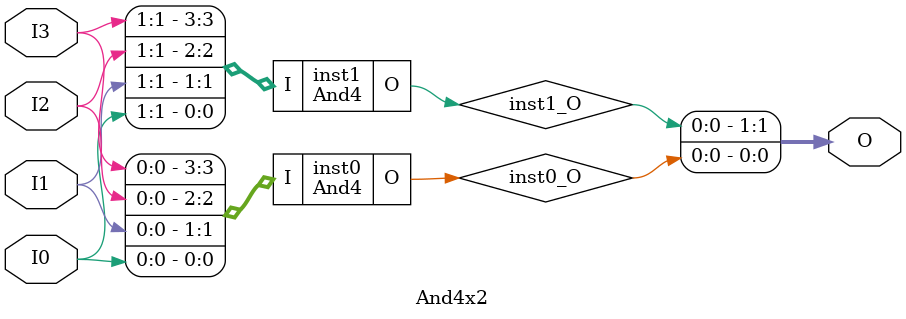
<source format=v>
module And4 (input [3:0] I, output  O);
wire  inst0_O;
SB_LUT4 #(.LUT_INIT(16'h8000)) inst0 (.I0(I[0]), .I1(I[1]), .I2(I[2]), .I3(I[3]), .O(inst0_O));
assign O = inst0_O;
endmodule

module And4x2 (input [1:0] I0, input [1:0] I1, input [1:0] I2, input [1:0] I3, output [1:0] O);
wire  inst0_O;
wire  inst1_O;
And4 inst0 (.I({I3[0],I2[0],I1[0],I0[0]}), .O(inst0_O));
And4 inst1 (.I({I3[1],I2[1],I1[1],I0[1]}), .O(inst1_O));
assign O = {inst1_O,inst0_O};
endmodule


</source>
